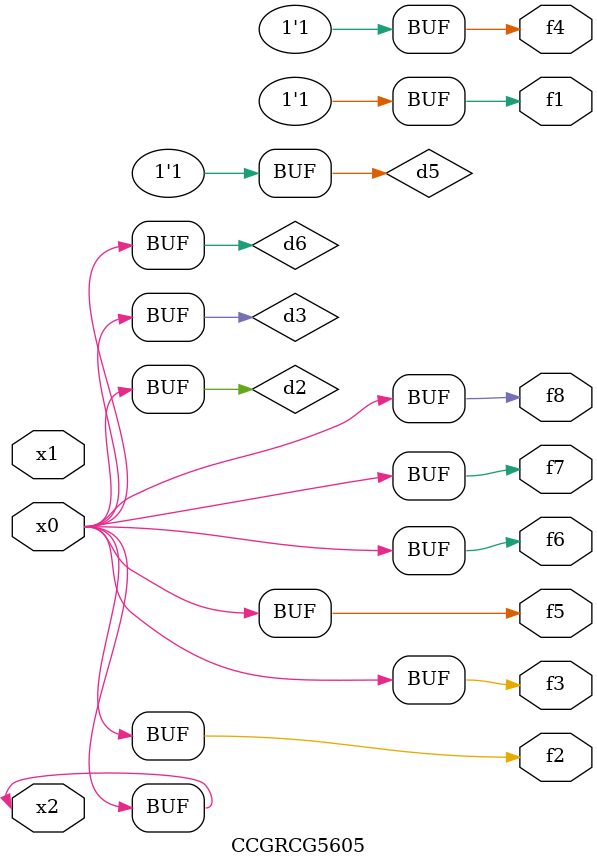
<source format=v>
module CCGRCG5605(
	input x0, x1, x2,
	output f1, f2, f3, f4, f5, f6, f7, f8
);

	wire d1, d2, d3, d4, d5, d6;

	xnor (d1, x2);
	buf (d2, x0, x2);
	and (d3, x0);
	xnor (d4, x1, x2);
	nand (d5, d1, d3);
	buf (d6, d2, d3);
	assign f1 = d5;
	assign f2 = d6;
	assign f3 = d6;
	assign f4 = d5;
	assign f5 = d6;
	assign f6 = d6;
	assign f7 = d6;
	assign f8 = d6;
endmodule

</source>
